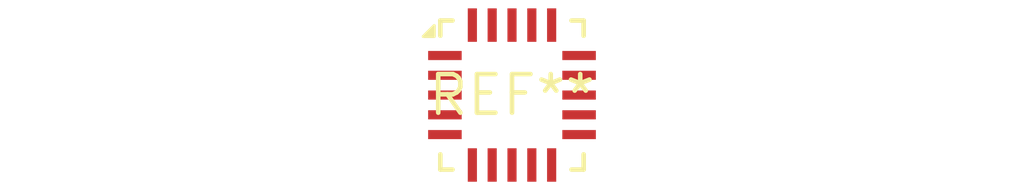
<source format=kicad_pcb>
(kicad_pcb (version 20240108) (generator pcbnew)
  (layers (0 "F.Cu" signal) (31 "B.Cu" signal) (34 "B.Paste" user) (35 "F.Paste" user) (36 "B.SilkS" user "B.Silkscreen") (37 "F.SilkS" user "F.Silkscreen") (38 "B.Mask" user) (39 "F.Mask" user) (44 "Edge.Cuts" user))
  (net 0 "")
  (footprint "AMS_LGA-20_4.7x4.5mm_P0.65mm" (layer "F.Cu") (at 0 0)
    (property "Reference" "REF**")
    (property "Value" "AMS_LGA-20_4.7x4.5mm_P0.65mm")
    (fp_line (start -2.35 -2.45) (end -1.95 -2.45) (layer "F.SilkS") (stroke (width 0.15)))
    (fp_line (start -2.35 -1.95) (end -2.35 -2.45) (layer "F.SilkS") (stroke (width 0.15)))
    (fp_line (start -2.35 2.45) (end -2.35 1.95) (layer "F.SilkS") (stroke (width 0.15)))
    (fp_line (start -1.95 2.45) (end -2.35 2.45) (layer "F.SilkS") (stroke (width 0.15)))
    (fp_line (start 1.95 -2.45) (end 2.35 -2.45) (layer "F.SilkS") (stroke (width 0.15)))
    (fp_line (start 1.95 2.45) (end 2.35 2.45) (layer "F.SilkS") (stroke (width 0.15)))
    (fp_line (start 2.35 -2.45) (end 2.35 -1.95) (layer "F.SilkS") (stroke (width 0.15)))
    (fp_line (start 2.35 2.45) (end 2.35 1.95) (layer "F.SilkS") (stroke (width 0.15)))
    (fp_poly (pts (xy -2.55 -1.925) (xy -2.91 -1.925) (xy -2.55 -2.285) (xy -2.55 -1.925)) (layer "F.SilkS") (stroke (width 0.1)) (fill solid))
    (pad "1" smd rect (at -2.2 -1.3 90) (size 0.3 1.1) (layers "F.Cu" "F.Paste" "F.Mask"))
    (pad "2" smd rect (at -2.2 -0.65 90) (size 0.3 1.1) (layers "F.Cu" "F.Paste" "F.Mask"))
    (pad "3" smd rect (at -2.2 0 90) (size 0.3 1.1) (layers "F.Cu" "F.Paste" "F.Mask"))
    (pad "4" smd rect (at -2.2 0.65 90) (size 0.3 1.1) (layers "F.Cu" "F.Paste" "F.Mask"))
    (pad "5" smd rect (at -2.2 1.3 90) (size 0.3 1.1) (layers "F.Cu" "F.Paste" "F.Mask"))
    (pad "6" smd rect (at -1.3 2.3) (size 0.3 1.1) (layers "F.Cu" "F.Paste" "F.Mask"))
    (pad "7" smd rect (at -0.65 2.3) (size 0.3 1.1) (layers "F.Cu" "F.Paste" "F.Mask"))
    (pad "8" smd rect (at 0 2.3) (size 0.3 1.1) (layers "F.Cu" "F.Paste" "F.Mask"))
    (pad "9" smd rect (at 0.65 2.3) (size 0.3 1.1) (layers "F.Cu" "F.Paste" "F.Mask"))
    (pad "10" smd rect (at 1.3 2.3) (size 0.3 1.1) (layers "F.Cu" "F.Paste" "F.Mask"))
    (pad "11" smd rect (at 2.2 1.3 90) (size 0.3 1.1) (layers "F.Cu" "F.Paste" "F.Mask"))
    (pad "12" smd rect (at 2.2 0.65 90) (size 0.3 1.1) (layers "F.Cu" "F.Paste" "F.Mask"))
    (pad "13" smd rect (at 2.2 0 90) (size 0.3 1.1) (layers "F.Cu" "F.Paste" "F.Mask"))
    (pad "14" smd rect (at 2.2 -0.65 90) (size 0.3 1.1) (layers "F.Cu" "F.Paste" "F.Mask"))
    (pad "15" smd rect (at 2.2 -1.3 90) (size 0.3 1.1) (layers "F.Cu" "F.Paste" "F.Mask"))
    (pad "16" smd rect (at 1.3 -2.3) (size 0.3 1.1) (layers "F.Cu" "F.Paste" "F.Mask"))
    (pad "17" smd rect (at 0.65 -2.3) (size 0.3 1.1) (layers "F.Cu" "F.Paste" "F.Mask"))
    (pad "18" smd rect (at 0 -2.3) (size 0.3 1.1) (layers "F.Cu" "F.Paste" "F.Mask"))
    (pad "19" smd rect (at -0.65 -2.3) (size 0.3 1.1) (layers "F.Cu" "F.Paste" "F.Mask"))
    (pad "20" smd rect (at -1.3 -2.3) (size 0.3 1.1) (layers "F.Cu" "F.Paste" "F.Mask"))
  )
)
</source>
